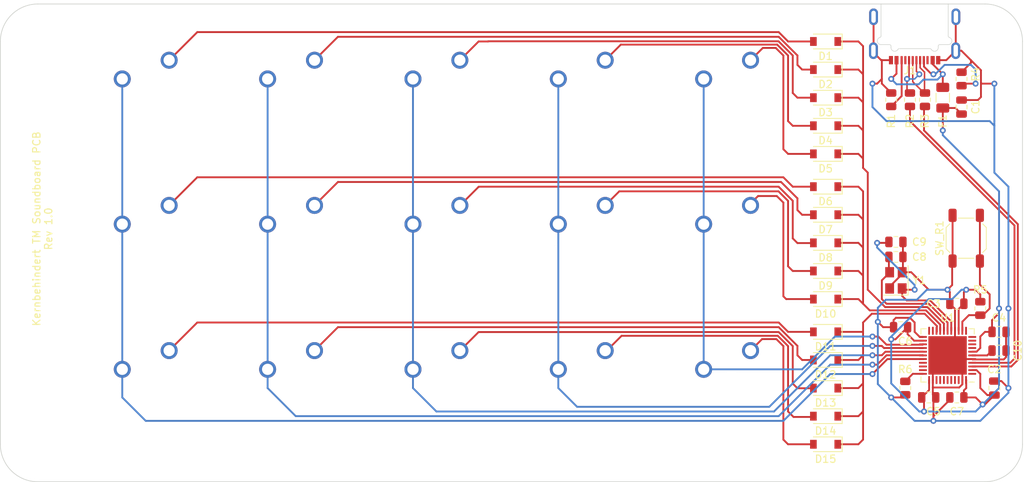
<source format=kicad_pcb>
(kicad_pcb (version 20211014) (generator pcbnew)
  (layers (0 "F.Cu" signal) (31 "B.Cu" signal) (34 "B.Paste" user) (35 "F.Paste" user) (36 "B.SilkS" user "B.Silkscreen") (37 "F.SilkS" user "F.Silkscreen") (38 "B.Mask" user) (39 "F.Mask" user) (44 "Edge.Cuts" user))
  (net 0 "")
  (net 4 "Net-(D2-Pad2)")
  (net 5 "Net-(D3-Pad2)")
  (net 6 "Net-(D4-Pad2)")
  (net 7 "Net-(D5-Pad2)")
  (net 8 "Net-(D6-Pad2)")
  (net 9 "VCC")
  (net 10 "GND")
  (net 11 "USB_DATA-")
  (net 12 "USB_DATA+")
  (net 13 "Net-(D7-Pad2)")
  (net 14 "Net-(D9-Pad2)")
  (net 15 "Net-(D10-Pad2)")
  (net 16 "Net-(D11-Pad2)")
  (net 17 "Net-(D12-Pad2)")
  (net 18 "Net-(D13-Pad2)")
  (net 19 "Net-(D14-Pad2)")
  (net 22 "+5V")
  (net 23 "Net-(C8-Pad2)")
  (net 24 "Net-(C9-Pad1)")
  (net 25 "Net-(C10-Pad1)")
  (net 26 "ROW0")
  (net 27 "Net-(D1-Pad2)")
  (net 28 "ROW1")
  (net 29 "ROW2")
  (net 30 "Net-(D8-Pad2)")
  (net 31 "Net-(D15-Pad2)")
  (net 32 "Net-(J1-PadA5)")
  (net 33 "Net-(J1-PadB5)")
  (net 34 "Net-(R3-Pad2)")
  (net 35 "Net-(R4-Pad2)")
  (net 36 "Net-(R5-Pad2)")
  (net 37 "Net-(R6-Pad1)")
  (net 38 "COL0")
  (net 39 "COL1")
  (net 40 "COL2")
  (net 41 "COL3")
  (net 42 "COL4")
  (footprint "Resistor_SMD:R_0805_2012Metric" (layer "F.Cu") (at 142.367 35.8375 -90)
    (fp_text reference "R3")
    (fp_text value "22" hide)
  )
  (footprint "Resistor_SMD:R_0805_2012Metric" (layer "F.Cu") (at 139.7 74.93 -90)
    (fp_text reference "R6")
    (fp_text value "10k" hide)
  )
  (footprint "Capacitor_SMD:C_0805_2012Metric" (layer "F.Cu") (at 147.32 36.83 90)
    (fp_text reference "C1")
    (fp_text value "10uF" hide)
  )
  (footprint "marbastlib-mx:SW_MX_1u" (layer "F.Cu") (at 37.465 35.56)
    (fp_text reference "SW1")
    (fp_text value "MX_SW_solder" hide)
  )
  (footprint "marbastlib-mx:SW_MX_1u" (layer "F.Cu") (at 37.465 55.245)
    (fp_text reference "SW6")
    (fp_text value "MX_SW_solder" hide)
  )
  (footprint "Capacitor_SMD:C_0805_2012Metric" (layer "F.Cu") (at 138.43 55.118)
    (fp_text reference "C9")
    (fp_text value "22pF" hide)
  )
  (footprint "marbastlib-mx:SW_MX_1u" (layer "F.Cu") (at 57.15 35.56)
    (fp_text reference "SW2")
    (fp_text value "MX_SW_solder" hide)
  )
  (footprint "Capacitor_SMD:C_0805_2012Metric" (layer "F.Cu") (at 151.765 74.93 90)
    (fp_text reference "C2")
    (fp_text value "2" hide)
  )
  (footprint "Capacitor_SMD:C_0805_2012Metric" (layer "F.Cu") (at 142.875 76.2)
    (fp_text reference "C5")
    (fp_text value "0.1uF" hide)
  )
  (footprint "Diode_SMD:D_SOD-123" (layer "F.Cu") (at 128.905 55.245 180)
    (fp_text reference "D8")
    (fp_text value "D_Small" hide)
  )
  (footprint "Diode_SMD:D_SOD-123" (layer "F.Cu") (at 128.905 59.055 180)
    (fp_text reference "D9")
    (fp_text value "D_Small" hide)
  )
  (footprint "Diode_SMD:D_SOD-123" (layer "F.Cu") (at 128.905 82.55 180)
    (fp_text reference "D15")
    (fp_text value "D_Small" hide)
  )
  (footprint "Fuse:Fuse_1206_3216Metric" (layer "F.Cu") (at 144.78 35.56 -90)
    (fp_text reference "F1")
    (fp_text value "500mA" hide)
  )
  (footprint "marbastlib-various:SW_SPST_SKQG_WithStem" (layer "F.Cu") (at 147.955 54.61 90)
    (fp_text reference "SW_R1")
    (fp_text value "SW_Push" hide)
  )
  (footprint "Diode_SMD:D_SOD-123" (layer "F.Cu") (at 128.905 74.93 180)
    (fp_text reference "D13")
    (fp_text value "D_Small" hide)
  )
  (footprint "marbastlib-mx:SW_MX_1u" (layer "F.Cu") (at 116.205 35.56)
    (fp_text reference "SW5")
    (fp_text value "MX_SW_solder" hide)
  )
  (footprint "marbastlib-mx:SW_MX_1u" (layer "F.Cu") (at 96.52 74.93)
    (fp_text reference "SW14")
    (fp_text value "MX_SW_solder" hide)
  )
  (footprint "MountingHole:MountingHole_2.2mm_M2" (layer "F.Cu") (at 150.495 82.55)
    (fp_text reference "REFM4" hide)
    (fp_text value "M2")
  )
  (footprint "Diode_SMD:D_SOD-123" (layer "F.Cu") (at 128.905 39.37 180)
    (fp_text reference "D4")
    (fp_text value "D_Small" hide)
  )
  (footprint "Capacitor_SMD:C_0805_2012Metric" (layer "F.Cu") (at 146.685 63.5 180)
    (fp_text reference "C3")
    (fp_text value "0.1uF" hide)
  )
  (footprint "MountingHole:MountingHole_2.2mm_M2" (layer "F.Cu") (at 150.495 27.94)
    (fp_text reference "REFM2" hide)
    (fp_text value "M2")
  )
  (footprint "Package_DFN_QFN:QFN-44-1EP_7x7mm_P0.5mm_EP5.2x5.2mm" (layer "F.Cu") (at 145.43 70.5 180)
    (fp_text reference "U1")
    (fp_text value "ATmega32U4-M")
  )
  (footprint "MountingHole:MountingHole_2.2mm_M2" (layer "F.Cu") (at 22.225 27.94)
    (fp_text reference "REFM1" hide)
    (fp_text value "M2")
  )
  (footprint "marbastlib-mx:SW_MX_1u" (layer "F.Cu") (at 76.835 55.245)
    (fp_text reference "SW8")
    (fp_text value "MX_SW_solder" hide)
  )
  (footprint "Resistor_SMD:R_0805_2012Metric" (layer "F.Cu") (at 137.795 35.8375 90)
    (fp_text reference "R1")
    (fp_text value "5.1k" hide)
  )
  (footprint "Diode_SMD:D_SOD-123" (layer "F.Cu") (at 128.905 67.31 180)
    (fp_text reference "D11")
    (fp_text value "D_Small" hide)
  )
  (footprint "Diode_SMD:D_SOD-123" (layer "F.Cu") (at 128.905 47.625 180)
    (fp_text reference "D6")
    (fp_text value "D_Small" hide)
  )
  (footprint "Diode_SMD:D_SOD-123" (layer "F.Cu") (at 128.905 71.12 180)
    (fp_text reference "D12")
    (fp_text value "D_Small" hide)
  )
  (footprint "marbastlib-mx:SW_MX_1u" (layer "F.Cu") (at 96.52 55.245)
    (fp_text reference "SW9")
    (fp_text value "MX_SW_solder" hide)
  )
  (footprint "marbastlib-mx:SW_MX_1u" (layer "F.Cu") (at 116.205 74.93)
    (fp_text reference "SW15")
    (fp_text value "MX_SW_solder" hide)
  )
  (footprint "Capacitor_SMD:C_0805_2012Metric" (layer "F.Cu") (at 139.065 66.675 180)
    (fp_text reference "C6")
    (fp_text value "0.1uF" hide)
  )
  (footprint "Diode_SMD:D_SOD-123" (layer "F.Cu") (at 128.905 78.74 180)
    (fp_text reference "D14")
    (fp_text value "D_Small" hide)
  )
  (footprint "marbastlib-mx:SW_MX_1u" (layer "F.Cu") (at 57.15 74.93)
    (fp_text reference "SW12")
    (fp_text value "MX_SW_solder" hide)
  )
  (footprint "Diode_SMD:D_SOD-123" (layer "F.Cu") (at 128.905 43.18 180)
    (fp_text reference "D5")
    (fp_text value "D_Small" hide)
  )
  (footprint "marbastlib-mx:SW_MX_1u" (layer "F.Cu") (at 76.835 74.93)
    (fp_text reference "SW13")
    (fp_text value "MX_SW_solder" hide)
  )
  (footprint "Capacitor_SMD:C_0805_2012Metric" (layer "F.Cu") (at 138.43 57.15 180)
    (fp_text reference "C8")
    (fp_text value "22pF" hide)
  )
  (footprint "Diode_SMD:D_SOD-123" (layer "F.Cu") (at 128.905 62.865 180)
    (fp_text reference "D10")
    (fp_text value "D_Small" hide)
  )
  (footprint "marbastlib-mx:SW_MX_1u" (layer "F.Cu") (at 96.52 35.56)
    (fp_text reference "SW4")
    (fp_text value "MX_SW_solder" hide)
  )
  (footprint "marbastlib-various:USB_C_Receptacle_HRO_TYPE-C-31-M-14" (layer "F.Cu") (at 140.96 29.2725 180)
    (fp_text reference "J1")
    (fp_text value "USB_C_Receptacle_USB2.0" hide)
    (fp_line (start 3.195001 0.505) (end 3.195001 0.705) (layer "Edge.Cuts") (width 0.08))
    (fp_line (start -0.004999 0.355) (end -2.098781 0.355) (layer "Edge.Cuts") (width 0.08))
    (fp_line (start 4.545001 2.075821) (end 4.545001 6.435) (layer "Edge.Cuts") (width 0.08))
    (fp_line (start -4.554999 2.075821) (end -4.554999 6.435) (layer "Edge.Cuts") (width 0.08))
    (fp_line (start -3.204999 0.505) (end -3.204999 0.705) (layer "Edge.Cuts") (width 0.08))
    (fp_line (start -0.004999 0.355) (end 2.088783 0.355) (layer "Edge.Cuts") (width 0.08))
    (fp_line (start 3.395 0.905) (end 4.545001 0.905) (layer "Edge.Cuts") (width 0.08))
    (fp_line (start -3.404998 0.905) (end -4.554999 0.905) (layer "Edge.Cuts") (width 0.08))
    (fp_arc (start 2.261988 0.255) (mid 2.82441 0.022038) (end 3.195001 0.505) (layer "Edge.Cuts") (width 0.08))
    (fp_arc (start 4.545001 2.075821) (mid 4.584636 1.956288) (end 4.687858 1.884158) (layer "Edge.Cuts") (width 0.08))
    (fp_arc (start -4.697856 1.884157) (mid -5.04976 1.332815) (end -4.554999 0.905) (layer "Edge.Cuts") (width 0.08))
    (fp_arc (start 4.545001 0.904999) (mid 5.039763 1.332815) (end 4.687858 1.884158) (layer "Edge.Cuts") (width 0.08))
    (fp_arc (start -3.204998 0.705) (mid -3.263577 0.846421) (end -3.404998 0.905) (layer "Edge.Cuts") (width 0.08))
    (fp_arc (start -2.098781 0.355) (mid -2.198781 0.328205) (end -2.271986 0.255) (layer "Edge.Cuts") (width 0.08))
    (fp_arc (start -3.204999 0.505) (mid -2.834408 0.022037) (end -2.271986 0.255) (layer "Edge.Cuts") (width 0.08))
    (fp_arc (start 3.395 0.904999) (mid 3.253579 0.846421) (end 3.195001 0.705) (layer "Edge.Cuts") (width 0.08))
    (fp_arc (start 2.261988 0.255) (mid 2.188782 0.328199) (end 2.088783 0.355) (layer "Edge.Cuts") (width 0.08))
    (fp_arc (start -4.697856 1.884158) (mid -4.594642 1.956298) (end -4.554999 2.075821) (layer "Edge.Cuts") (width 0.08))
  )
  (footprint "marbastlib-mx:SW_MX_1u" (layer "F.Cu") (at 37.465 74.93)
    (fp_text reference "SW11")
    (fp_text value "MX_SW_solder" hide)
  )
  (footprint "Capacitor_SMD:C_0805_2012Metric" (layer "F.Cu") (at 152.4 69.85)
    (fp_text reference "C10")
    (fp_text value "1uF" hide)
  )
  (footprint "marbastlib-mx:SW_MX_1u" (layer "F.Cu") (at 116.205 55.245)
    (fp_text reference "SW10")
    (fp_text value "MX_SW_solder" hide)
  )
  (footprint "Capacitor_SMD:C_0805_2012Metric" (layer "F.Cu") (at 146.685 76.2 180)
    (fp_text reference "C7")
    (fp_text value "0.1uF" hide)
  )
  (footprint "Resistor_SMD:R_0805_2012Metric" (layer "F.Cu") (at 140.335 35.8375 -90)
    (fp_text reference "R2")
    (fp_text value "22" hide)
  )
  (footprint "Diode_SMD:D_SOD-123" (layer "F.Cu") (at 128.905 27.94 180)
    (fp_text reference "D1")
    (fp_text value "D_Small" hide)
  )
  (footprint "Resistor_SMD:R_0805_2012Metric" (layer "F.Cu") (at 149.86 64.135 -90)
    (fp_text reference "R5")
    (fp_text value "10k" hide)
  )
  (footprint "Diode_SMD:D_SOD-123" (layer "F.Cu") (at 128.905 31.75 180)
    (fp_text reference "D2")
    (fp_text value "D_Small" hide)
  )
  (footprint "marbastlib-mx:SW_MX_1u" (layer "F.Cu") (at 57.15 55.245)
    (fp_text reference "SW7")
    (fp_text value "MX_SW_solder" hide)
  )
  (footprint "Resistor_SMD:R_0805_2012Metric" (layer "F.Cu") (at 147.32 33.02 90)
    (fp_text reference "R4")
    (fp_text value "5.1k" hide)
  )
  (footprint "marbastlib-mx:SW_MX_1u" (layer "F.Cu") (at 76.835 35.56)
    (fp_text reference "SW3")
    (fp_text value "MX_SW_solder" hide)
  )
  (footprint "Diode_SMD:D_SOD-123" (layer "F.Cu") (at 128.905 35.56 180)
    (fp_text reference "D3")
    (fp_text value "D_Small" hide)
  )
  (footprint "Capacitor_SMD:C_0805_2012Metric" (layer "F.Cu") (at 152.4 67.31)
    (fp_text reference "C4")
    (fp_text value "0.1uF" hide)
  )
  (footprint "MountingHole:MountingHole_2.2mm_M2" (layer "F.Cu") (at 22.225 82.55)
    (fp_text reference "REFM3" hide)
    (fp_text value "M2")
  )
  (footprint "Diode_SMD:D_SOD-123" (layer "F.Cu") (at 128.905 51.435 180)
    (fp_text reference "D7")
    (fp_text value "D_Small" hide)
  )
  (footprint "Crystal:Crystal_SMD_3225-4Pin_3.2x2.5mm" (layer "F.Cu") (at 138.43 60.325 90)
    (fp_text reference "Y1")
    (fp_text value "16MHz" hide)
  )
  (gr_line (start 155.575 27.94) (end 155.575 82.55) (layer "Edge.Cuts") (width 0.1))
  (gr_arc (start 22.225 87.63) (mid 18.632898 86.142102) (end 17.145 82.55) (layer "Edge.Cuts") (width 0.1))
  (gr_line (start 22.225 22.86) (end 150.495 22.86) (layer "Edge.Cuts") (width 0.1))
  (gr_arc (start 150.495 22.86) (mid 154.087102 24.347898) (end 155.575 27.94) (layer "Edge.Cuts") (width 0.1))
  (gr_arc (start 155.575 82.55) (mid 154.087102 86.142102) (end 150.495 87.63) (layer "Edge.Cuts") (width 0.1))
  (gr_line (start 17.145 27.94) (end 17.145 82.55) (layer "Edge.Cuts") (width 0.1))
  (gr_line (start 150.495 87.63) (end 22.225 87.63) (layer "Edge.Cuts") (width 0.1))
  (gr_arc (start 17.145 27.94) (mid 18.632898 24.347898) (end 22.225 22.86) (layer "Edge.Cuts") (width 0.1))
  (gr_text "Kernbehindert TM Soundboard PCB\nRev 1.0" (at 22.86 53.34 90) (layer "F.SilkS") (effects (font (size 1 1))))
  (segment (start 125.095 29.840812) (end 125.095 31.115) (width 0.25) (layer "F.Cu") (net 4))
  (segment (start 122.559188 27.305) (end 125.095 29.840812) (width 0.25) (layer "F.Cu") (net 4))
  (segment (start 62.865 27.305) (end 122.559188 27.305) (width 0.25) (layer "F.Cu") (net 4))
  (segment (start 125.095 31.115) (end 125.73 31.75) (width 0.25) (layer "F.Cu") (net 4))
  (segment (start 125.73 31.75) (end 127.255 31.75) (width 0.25) (layer "F.Cu") (net 4))
  (segment (start 59.69 30.48) (end 62.865 27.305) (width 0.25) (layer "F.Cu") (net 4))
  (segment (start 122.532301 27.914509) (end 124.46 29.842208) (width 0.25) (layer "F.Cu") (net 5))
  (segment (start 83.210491 27.914509) (end 122.532301 27.914509) (width 0.25) (layer "F.Cu") (net 5))
  (segment (start 124.46 29.842208) (end 124.46 34.925) (width 0.25) (layer "F.Cu") (net 5))
  (segment (start 124.46 34.925) (end 125.095 35.56) (width 0.25) (layer "F.Cu") (net 5))
  (segment (start 83.185 27.94) (end 83.210491 27.914509) (width 0.25) (layer "F.Cu") (net 5))
  (segment (start 81.915 27.94) (end 83.185 27.94) (width 0.25) (layer "F.Cu") (net 5))
  (segment (start 125.095 35.56) (end 127.255 35.56) (width 0.25) (layer "F.Cu") (net 5))
  (segment (start 79.375 30.48) (end 81.915 27.94) (width 0.25) (layer "F.Cu") (net 5))
  (segment (start 123.825 38.735) (end 124.46 39.37) (width 0.25) (layer "F.Cu") (net 6))
  (segment (start 99.06 30.48) (end 101.175491 28.364509) (width 0.25) (layer "F.Cu") (net 6))
  (segment (start 122.345905 28.364509) (end 123.825 29.843604) (width 0.25) (layer "F.Cu") (net 6))
  (segment (start 124.46 39.37) (end 127.255 39.37) (width 0.25) (layer "F.Cu") (net 6))
  (segment (start 101.175491 28.364509) (end 122.345905 28.364509) (width 0.25) (layer "F.Cu") (net 6))
  (segment (start 123.825 29.843604) (end 123.825 38.735) (width 0.25) (layer "F.Cu") (net 6))
  (segment (start 123.19 42.545) (end 123.825 43.18) (width 0.25) (layer "F.Cu") (net 7))
  (segment (start 123.825 43.18) (end 127.255 43.18) (width 0.25) (layer "F.Cu") (net 7))
  (segment (start 120.410491 28.814509) (end 122.159509 28.814509) (width 0.25) (layer "F.Cu") (net 7))
  (segment (start 118.745 30.48) (end 120.410491 28.814509) (width 0.25) (layer "F.Cu") (net 7))
  (segment (start 122.159509 28.814509) (end 123.19 29.845) (width 0.25) (layer "F.Cu") (net 7))
  (segment (start 123.19 29.845) (end 123.19 42.545) (width 0.25) (layer "F.Cu") (net 7))
  (segment (start 39.999416 50.165) (end 43.809416 46.355) (width 0.25) (layer "F.Cu") (net 8))
  (segment (start 124.46 47.625) (end 127.249416 47.625) (width 0.25) (layer "F.Cu") (net 8))
  (segment (start 43.809416 46.355) (end 123.19 46.355) (width 0.25) (layer "F.Cu") (net 8))
  (segment (start 123.19 46.355) (end 124.46 47.625) (width 0.25) (layer "F.Cu") (net 8))
  (segment (start 143.41 30.4725) (end 143.41 31.015) (width 0.25) (layer "F.Cu") (net 9))
  (segment (start 144.78 32.385) (end 144.78 34.16) (width 0.25) (layer "F.Cu") (net 9))
  (segment (start 143.41 31.015) (end 144.78 32.385) (width 0.25) (layer "F.Cu") (net 9))
  (segment (start 138.51 30.4725) (end 138.51 32.305) (width 0.25) (layer "F.Cu") (net 9))
  (segment (start 138.51 32.305) (end 137.795 33.02) (width 0.25) (layer "F.Cu") (net 9))
  (via (at 137.795 33.02) (size 0.8) (drill 0.4) (layers "F.Cu" "B.Cu") (net 9))
  (via (at 144.78 32.385) (size 0.8) (drill 0.4) (layers "F.Cu" "B.Cu") (net 9))
  (segment (start 142.15 33.11) (end 144.055 33.11) (width 0.25) (layer "B.Cu") (net 9))
  (segment (start 137.795 33.02) (end 138.52 33.745) (width 0.25) (layer "B.Cu") (net 9))
  (segment (start 138.52 33.745) (end 141.515 33.745) (width 0.25) (layer "B.Cu") (net 9))
  (segment (start 141.515 33.745) (end 142.15 33.11) (width 0.25) (layer "B.Cu") (net 9))
  (segment (start 144.055 33.11) (end 144.78 32.385) (width 0.25) (layer "B.Cu") (net 9))
  (segment (start 140.335 65.405) (end 140.97 66.04) (width 0.25) (layer "F.Cu") (net 10))
  (segment (start 135.385 29.427401) (end 136.430099 30.4725) (width 0.25) (layer "F.Cu") (net 10))
  (segment (start 153.67 66.99) (end 153.35 67.31) (width 0.25) (layer "F.Cu") (net 10))
  (segment (start 138.115 66.675) (end 138.115 65.72) (width 0.25) (layer "F.Cu") (net 10))
  (segment (start 141.66 68) (end 142.0925 68) (width 0.25) (layer "F.Cu") (net 10))
  (segment (start 146.535 24.6125) (end 146.555 24.5925) (width 0.25) (layer "F.Cu") (net 10))
  (segment (start 135.255 33.655) (end 135.89 33.655) (width 0.25) (layer "F.Cu") (net 10))
  (segment (start 147.43 73.8375) (end 147.43 72.5) (width 0.25) (layer "F.Cu") (net 10))
  (segment (start 149.95 31.84) (end 149.95 33.565) (width 0.25) (layer "F.Cu") (net 10))
  (segment (start 143.43 75.805) (end 143.43 74.85) (width 0.25) (layer "F.Cu") (net 10))
  (segment (start 149.54 35.88) (end 147.32 35.88) (width 0.25) (layer "F.Cu") (net 10))
  (segment (start 148.7675 71) (end 145.93 71) (width 0.25) (layer "F.Cu") (net 10))
  (segment (start 147.43 72.5) (end 145.43 70.5) (width 0.25) (layer "F.Cu") (net 10))
  (segment (start 143.51 79.375) (end 143.51 78.74) (width 0.25) (layer "F.Cu") (net 10))
  (segment (start 146.535 29.1925) (end 146.535 24.6125) (width 0.25) (layer "F.Cu") (net 10))
  (segment (start 149.95 33.565) (end 149.95 35.47) (width 0.25) (layer "F.Cu") (net 10))
  (segment (start 145.93 71) (end 145.43 70.5) (width 0.25) (layer "F.Cu") (net 10))
  (segment (start 146.535 29.1925) (end 147.3025 29.1925) (width 0.25) (layer "F.Cu") (net 10))
  (segment (start 138.115 65.72) (end 138.43 65.405) (width 0.25) (layer "F.Cu") (net 10))
  (segment (start 149.95 33.565) (end 150.04 33.655) (width 0.25) (layer "F.Cu") (net 10))
  (segment (start 139.38 55.118) (end 139.38 57.15) (width 0.25) (layer "F.Cu") (net 10))
  (segment (start 145.735 63.5) (end 146.43 64.195) (width 0.25) (layer "F.Cu") (net 10))
  (segment (start 135.385 29.1925) (end 135.385 29.427401) (width 0.25) (layer "F.Cu") (net 10))
  (segment (start 146.105 51.51) (end 146.105 57.71) (width 0.25) (layer "F.Cu") (net 10))
  (segment (start 148.7675 71) (end 148.8175 71.05) (width 0.25) (layer "F.Cu") (net 10))
  (segment (start 136.705 66.675) (end 138.115 66.675) (width 0.25) (layer "F.Cu") (net 10))
  (segment (start 136.430099 30.4725) (end 136.5325 30.4725) (width 0.25) (layer "F.Cu") (net 10))
  (segment (start 153.67 64.135) (end 153.67 66.99) (width 0.25) (layer "F.Cu") (net 10))
  (segment (start 139.28 59.225) (end 140.505 59.225) (width 0.25) (layer "F.Cu") (net 10))
  (segment (start 143.51 76.515) (end 143.825 76.2) (width 0.25) (layer "F.Cu") (net 10))
  (segment (start 146.43 69.5) (end 145.43 70.5) (width 0.25) (layer "F.Cu") (net 10))
  (segment (start 140.97 66.04) (end 140.97 67.31) (width 0.25) (layer "F.Cu") (net 10))
  (segment (start 144.16 30.4725) (end 145.255 30.4725) (width 0.25) (layer "F.Cu") (net 10))
  (segment (start 135.98 65.95) (end 136.705 66.675) (width 0.25) (layer "F.Cu") (net 10))
  (segment (start 145.415 61.595) (end 146.05 60.96) (width 0.25) (layer "F.Cu") (net 10))
  (segment (start 148.59 30.8375) (end 148.59 30.48) (width 0.25) (layer "F.Cu") (net 10))
  (segment (start 143.825 76.2) (end 143.43 75.805) (width 0.25) (layer "F.Cu") (net 10))
  (segment (start 142.24 60.96) (end 142.875 61.595) (width 0.25) (layer "F.Cu") (net 10))
  (segment (start 143.43 73.8375) (end 143.43 72.5) (width 0.25) (layer "F.Cu") (net 10))
  (segment (start 153.35 67.31) (end 153.35 69.85) (width 0.25) (layer "F.Cu") (net 10))
  (segment (start 135.405 29.1725) (end 135.385 29.1925) (width 0.25) (layer "F.Cu") (net 10))
  (segment (start 137.58 61.175) (end 137.58 61.425) (width 0.25) (layer "F.Cu") (net 10))
  (segment (start 147.3025 29.1925) (end 148.59 30.48) (width 0.25) (layer "F.Cu") (net 10))
  (segment (start 146.43 67.1625) (end 146.43 69.5) (width 0.25) (layer "F.Cu") (net 10))
  (segment (start 153.35 70.735) (end 153.35 69.85) (width 0.25) (layer "F.Cu") (net 10))
  (segment (start 143.43 72.5) (end 145.43 70.5) (width 0.25) (layer "F.Cu") (net 10))
  (segment (start 136.525 30.48) (end 136.5325 30.4725) (width 0.25) (layer "F.Cu") (net 10))
  (segment (start 137.795 76.2) (end 139.3425 76.2) (width 0.25) (layer "F.Cu") (net 10))
  (segment (start 139.38 59.125) (end 139.28 59.225) (width 0.25) (layer "F.Cu") (net 10))
  (segment (start 140.505 59.225) (end 142.24 60.96) (width 0.25) (layer "F.Cu") (net 10))
  (segment (start 152.715 73.98) (end 151.765 73.98) (width 0.25) (layer "F.Cu") (net 10))
  (segment (start 139.28 59.225) (end 139.28 59.475) (width 0.25) (layer "F.Cu") (net 10))
  (segment (start 143.51 79.375) (end 143.51 76.515) (width 0.25) (layer "F.Cu") (net 10))
  (segment (start 138.43 65.405) (end 140.335 65.405) (width 0.25) (layer "F.Cu") (net 10))
  (segment (start 150.04 33.655) (end 151.765 33.655) (width 0.25) (layer "F.Cu") (net 10))
  (segment (start 145.735 76.515) (end 145.735 76.2) (width 0.25) (layer "F.Cu") (net 10))
  (segment (start 145.255 30.4725) (end 146.535 29.1925) (width 0.25) (layer "F.Cu") (net 10))
  (segment (start 147.003008 74.85) (end 147.43 74.423008) (width 0.25) (layer "F.Cu") (net 10))
  (segment (start 143.43 74.85) (end 143.43 73.8375) (width 0.25) (layer "F.Cu") (net 10))
  (segment (start 139.28 59.475) (end 137.58 61.175) (width 0.25) (layer "F.Cu") (net 10))
  (segment (start 145.735 63.5) (end 145.735 61.915) (width 0.25) (layer "F.Cu") (net 10))
  (segment (start 142.875 61.595) (end 145.415 61.595) (width 0.25) (layer "F.Cu") (net 10))
  (segment (start 148.8175 71.05) (end 153.035 71.05) (width 0.25) (layer "F.Cu") (net 10))
  (segment (start 153.035 71.05) (end 153.35 70.735) (width 0.25) (layer "F.Cu") (net 10))
  (segment (start 143.51 78.74) (end 145.735 76.515) (width 0.25) (layer "F.Cu") (net 10))
  (segment (start 146.05 60.96) (end 146.05 57.765) (width 0.25) (layer "F.Cu") (net 10))
  (segment (start 135.89 33.655) (end 136.525 33.02) (width 0.25) (layer "F.Cu") (net 10))
  (segment (start 145.735 61.915) (end 145.415 61.595) (width 0.25) (layer "F.Cu") (net 10))
  (segment (start 139.38 57.15) (end 139.38 59.125) (width 0.25) (layer "F.Cu") (net 10))
  (segment (start 146.43 64.195) (end 146.43 67.1625) (width 0.25) (layer "F.Cu") (net 10))
  (segment (start 146.05 57.765) (end 146.105 57.71) (width 0.25) (layer "F.Cu") (net 10))
  (segment (start 149.95 35.47) (end 149.54 35.88) (width 0.25) (layer "F.Cu") (net 10))
  (segment (start 136.525 33.655) (end 136.525 30.48) (width 0.25) (layer "F.Cu") (net 10))
  (segment (start 153.665 74.93) (end 152.715 73.98) (width 0.25) (layer "F.Cu") (net 10))
  (segment (start 137.795 34.925) (end 136.525 33.655) (width 0.25) (layer "F.Cu") (net 10))
  (segment (start 147.43 74.423008) (end 147.43 73.8375) (width 0.25) (layer "F.Cu") (net 10))
  (segment (start 135.405 24.5925) (end 135.405 29.1725) (width 0.25) (layer "F.Cu") (net 10))
  (segment (start 143.43 74.85) (end 147.003008 74.85) (width 0.25) (layer "F.Cu") (net 10))
  (segment (start 147.32 32.1075) (end 148.59 30.8375) (width 0.25) (layer "F.Cu") (net 10))
  (segment (start 136.5325 30.4725) (end 137.76 30.4725) (width 0.25) (layer "F.Cu") (net 10))
  (segment (start 148.59 30.48) (end 149.95 31.84) (width 0.25) (layer "F.Cu") (net 10))
  (segment (start 139.3425 76.2) (end 139.7 75.8425) (width 0.25) (layer "F.Cu") (net 10))
  (segment (start 153.67 74.93) (end 153.665 74.93) (width 0.25) (layer "F.Cu") (net 10))
  (segment (start 140.97 67.31) (end 141.66 68) (width 0.25) (layer "F.Cu") (net 10))
  (via (at 137.795 76.2) (size 0.8) (drill 0.4) (layers "F.Cu" "B.Cu") (net 10))
  (via (at 135.255 33.655) (size 0.8) (drill 0.4) (layers "F.Cu" "B.Cu") (net 10))
  (via (at 145.415 61.595) (size 0.8) (drill 0.4) (layers "F.Cu" "B.Cu") (net 10))
  (via (at 153.67 74.93) (size 0.8) (drill 0.4) (layers "F.Cu" "B.Cu") (net 10))
  (via (at 151.765 33.655) (size 0.8) (drill 0.4) (layers "F.Cu" "B.Cu") (net 10))
  (via (at 153.67 64.135) (size 0.8) (drill 0.4) (layers "F.Cu" "B.Cu") (net 10))
  (via (at 143.51 79.375) (size 0.8) (drill 0.4) (layers "F.Cu" "B.Cu") (net 10))
  (via (at 135.98 65.95) (size 0.8) (drill 0.4) (layers "F.Cu" "B.Cu") (net 10))
  (segment (start 153.67 64.135) (end 153.67 47.625) (width 0.25) (layer "B.Cu") (net 10))
  (segment (start 149.86 79.375) (end 143.51 79.375) (width 0.25) (layer "B.Cu") (net 10))
  (segment (start 135.98 74.385) (end 135.98 65.95) (width 0.25) (layer "B.Cu") (net 10))
  (segment (start 137.795 76.2) (end 140.97 79.375) (width 0.25) (layer "B.Cu") (net 10))
  (segment (start 141.270305 62.955) (end 142.630305 61.595) (width 0.25) (layer "B.Cu") (net 10))
  (segment (start 153.67 64.135) (end 153.67 74.93) (width 0.25) (layer "B.Cu") (net 10))
  (segment (start 135.98 64.045) (end 137.07 62.955) (width 0.25) (layer "B.Cu") (net 10))
  (segment (start 135.255 33.655) (end 135.255 36.83) (width 0.25) (layer "B.Cu") (net 10))
  (segment (start 135.255 36.83) (end 137.16 38.735) (width 0.25) (layer "B.Cu") (net 10))
  (segment (start 137.16 38.735) (end 151.13 38.735) (width 0.25) (layer "B.Cu") (net 10))
  (segment (start 135.98 65.95) (end 135.98 64.045) (width 0.25) (layer "B.Cu") (net 10))
  (segment (start 140.97 79.375) (end 143.51 79.375) (width 0.25) (layer "B.Cu") (net 10))
  (segment (start 151.765 38.735) (end 151.765 33.655) (width 0.25) (layer "B.Cu") (net 10))
  (segment (start 153.67 74.93) (end 153.67 75.565) (width 0.25) (layer "B.Cu") (net 10))
  (segment (start 137.07 62.955) (end 141.270305 62.955) (width 0.25) (layer "B.Cu") (net 10))
  (segment (start 142.630305 61.595) (end 145.415 61.595) (width 0.25) (layer "B.Cu") (net 10))
  (segment (start 151.765 45.72) (end 151.765 38.735) (width 0.25) (layer "B.Cu") (net 10))
  (segment (start 153.67 47.625) (end 151.765 45.72) (width 0.25) (layer "B.Cu") (net 10))
  (segment (start 153.67 75.565) (end 149.86 79.375) (width 0.25) (layer "B.Cu") (net 10))
  (segment (start 135.98 74.385) (end 137.795 76.2) (width 0.25) (layer "B.Cu") (net 10))
  (segment (start 151.13 38.735) (end 151.765 39.37) (width 0.25) (layer "B.Cu") (net 10))
  (segment (start 142.305 34.86) (end 142.24 34.925) (width 0.2) (layer "F.Cu") (net 11))
  (segment (start 140.71 33.395) (end 142.24 34.925) (width 0.2) (layer "F.Cu") (net 11))
  (segment (start 141.71 30.4725) (end 141.71 31.50005) (width 0.2) (layer "F.Cu") (net 11))
  (segment (start 142.305 32.09505) (end 142.305 34.86) (width 0.2) (layer "F.Cu") (net 11))
  (segment (start 141.71 31.50005) (end 142.305 32.09505) (width 0.2) (layer "F.Cu") (net 11))
  (segment (start 140.71 30.4725) (end 140.71 33.395) (width 0.2) (layer "F.Cu") (net 11))
  (segment (start 140.21 32.7445) (end 139.9345 33.02) (width 0.2) (layer "F.Cu") (net 12))
  (segment (start 139.9345 34.5245) (end 140.335 34.925) (width 0.2) (layer "F.Cu") (net 12))
  (segment (start 141.21 30.4725) (end 141.21 31.99) (width 0.2) (layer "F.Cu") (net 12))
  (segment (start 140.21 30.4725) (end 140.21 32.7445) (width 0.2) (layer "F.Cu") (net 12))
  (segment (start 139.9345 33.02) (end 139.9345 34.5245) (width 0.2) (layer "F.Cu") (net 12))
  (segment (start 141.21 31.99) (end 141.605 32.385) (width 0.2) (layer "F.Cu") (net 12))
  (via (at 141.605 32.385) (size 0.8) (drill 0.4) (layers "F.Cu" "B.Cu") (net 12))
  (via (at 139.9345 33.02) (size 0.8) (drill 0.4) (layers "F.Cu" "B.Cu") (net 12))
  (segment (start 139.9345 33.02) (end 140.97 33.02) (width 0.2) (layer "B.Cu") (net 12))
  (segment (start 140.97 33.02) (end 141.605 32.385) (width 0.2) (layer "B.Cu") (net 12))
  (segment (start 59.687906 50.165) (end 62.862906 46.99) (width 0.25) (layer "F.Cu") (net 13))
  (segment (start 62.862906 46.99) (end 122.873547 46.99) (width 0.25) (layer "F.Cu") (net 13))
  (segment (start 125.727906 51.435) (end 127.252906 51.435) (width 0.25) (layer "F.Cu") (net 13))
  (segment (start 122.873547 46.99) (end 125.092906 49.209359) (width 0.25) (layer "F.Cu") (net 13))
  (segment (start 125.092906 49.209359) (end 125.092906 50.8) (width 0.25) (layer "F.Cu") (net 13))
  (segment (start 125.092906 50.8) (end 125.727906 51.435) (width 0.25) (layer "F.Cu") (net 13))
  (segment (start 124.46 59.055698) (end 127.255 59.055698) (width 0.25) (layer "F.Cu") (net 14))
  (segment (start 123.825 49.555492) (end 123.825 58.420698) (width 0.25) (layer "F.Cu") (net 14))
  (segment (start 99.06 50.165698) (end 100.965698 48.26) (width 0.25) (layer "F.Cu") (net 14))
  (segment (start 123.825 58.420698) (end 124.46 59.055698) (width 0.25) (layer "F.Cu") (net 14))
  (segment (start 100.965698 48.26) (end 122.529508 48.26) (width 0.25) (layer "F.Cu") (net 14))
  (segment (start 122.529508 48.26) (end 123.825 49.555492) (width 0.25) (layer "F.Cu") (net 14))
  (segment (start 123.19 49.785) (end 123.19 62.485) (width 0.25) (layer "F.Cu") (net 15))
  (segment (start 123.57 62.865) (end 127 62.865) (width 0.25) (layer "F.Cu") (net 15))
  (segment (start 122.3 48.895) (end 123.19 49.785) (width 0.25) (layer "F.Cu") (net 15))
  (segment (start 118.49 50.165) (end 119.76 48.895) (width 0.25) (layer "F.Cu") (net 15))
  (segment (start 119.76 48.895) (end 122.3 48.895) (width 0.25) (layer "F.Cu") (net 15))
  (segment (start 123.19 62.485) (end 123.57 62.865) (width 0.25) (layer "F.Cu") (net 15))
  (segment (start 123.827792 67.31) (end 127.252208 67.31) (width 0.25) (layer "F.Cu") (net 16))
  (segment (start 40.002208 69.85) (end 43.812208 66.04) (width 0.25) (layer "F.Cu") (net 16))
  (segment (start 122.557792 66.04) (end 123.827792 67.31) (width 0.25) (layer "F.Cu") (net 16))
  (segment (start 43.812208 66.04) (end 122.557792 66.04) (width 0.25) (layer "F.Cu") (net 16))
  (segment (start 59.687906 69.85) (end 62.862906 66.675) (width 0.25) (layer "F.Cu") (net 17))
  (segment (start 125.092906 69.210812) (end 125.092906 70.485) (width 0.25) (layer "F.Cu") (net 17))
  (segment (start 125.092906 70.485) (end 125.727906 71.12) (width 0.25) (layer "F.Cu") (net 17))
  (segment (start 125.727906 71.12) (end 127.252906 71.12) (width 0.25) (layer "F.Cu") (net 17))
  (segment (start 122.557094 66.675) (end 125.092906 69.210812) (width 0.25) (layer "F.Cu") (net 17))
  (segment (start 62.862906 66.675) (end 122.557094 66.675) (width 0.25) (layer "F.Cu") (net 17))
  (segment (start 122.542952 67.322048) (end 124.458604 69.237699) (width 0.25) (layer "F.Cu") (net 18))
  (segment (start 79.373604 69.875491) (end 81.913604 67.335491) (width 0.25) (layer "F.Cu") (net 18))
  (segment (start 124.458604 69.237699) (end 124.458604 74.320491) (width 0.25) (layer "F.Cu") (net 18))
  (segment (start 124.458604 74.320491) (end 125.093604 74.955491) (width 0.25) (layer "F.Cu") (net 18))
  (segment (start 81.913604 67.335491) (end 122.529509 67.335491) (width 0.25) (layer "F.Cu") (net 18))
  (segment (start 125.093604 74.955491) (end 127.253604 74.955491) (width 0.25) (layer "F.Cu") (net 18))
  (segment (start 101.280038 67.840452) (end 122.42496 67.840452) (width 0.25) (layer "F.Cu") (net 19))
  (segment (start 123.825 78.106396) (end 124.564547 78.845943) (width 0.25) (layer "F.Cu") (net 19))
  (segment (start 99.164547 69.955943) (end 101.280038 67.840452) (width 0.25) (layer "F.Cu") (net 19))
  (segment (start 122.42496 67.840452) (end 123.825 69.240492) (width 0.25) (layer "F.Cu") (net 19))
  (segment (start 124.564547 78.845943) (end 127.359547 78.845943) (width 0.25) (layer "F.Cu") (net 19))
  (segment (start 123.825 69.240492) (end 123.825 78.106396) (width 0.25) (layer "F.Cu") (net 19))
  (segment (start 147.955 61.595) (end 149.225 61.595) (width 0.25) (layer "F.Cu") (net 22))
  (segment (start 147.635 63.5) (end 147.635 61.915) (width 0.25) (layer "F.Cu") (net 22))
  (segment (start 147.955 73.8625) (end 147.93 73.8375) (width 0.25) (layer "F.Cu") (net 22))
  (segment (start 149.225 61.595) (end 149.86 62.23) (width 0.25) (layer "F.Cu") (net 22))
  (segment (start 150.4925 77.1525) (end 151.765 75.88) (width 0.25) (layer "F.Cu") (net 22))
  (segment (start 147.635 61.915) (end 147.955 61.595) (width 0.25) (layer "F.Cu") (net 22))
  (segment (start 147.635 75.25) (end 147.955 74.93) (width 0.25) (layer "F.Cu") (net 22))
  (segment (start 147.635 63.5) (end 146.93 64.205) (width 0.25) (layer "F.Cu") (net 22))
  (segment (start 146.93 64.205) (end 146.93 67.1625) (width 0.25) (layer "F.Cu") (net 22))
  (segment (start 150.1775 77.1525) (end 149.225 76.2) (width 0.25) (layer "F.Cu") (net 22))
  (segment (start 147.635 76.2) (end 147.635 75.25) (width 0.25) (layer "F.Cu") (net 22))
  (segment (start 138.3645 68.3255) (end 137.795 68.3255) (width 0.25) (layer "F.Cu") (net 22))
  (segment (start 141.925 76.2) (end 142.93 75.195) (width 0.25) (layer "F.Cu") (net 22))
  (segment (start 149.86 62.23) (end 149.86 63.2225) (width 0.25) (layer "F.Cu") (net 22))
  (segment (start 144.78 40.005) (end 144.78 36.96) (width 0.25) (layer "F.Cu") (net 22))
  (segment (start 146.5 36.96) (end 147.32 37.78) (width 0.25) (layer "F.Cu") (net 22))
  (segment (start 151.765 75.88) (end 150.81 75.88) (width 0.25) (layer "F.Cu") (net 22))
  (segment (start 149.86 67.945) (end 150.495 67.31) (width 0.25) (layer "F.Cu") (net 22))
  (segment (start 140.015 66.675) (end 138.3645 68.3255) (width 0.25) (layer "F.Cu") (net 22))
  (segment (start 150.1775 77.1525) (end 150.4925 77.1525) (width 0.25) (layer "F.Cu") (net 22))
  (segment (start 149.225 76.2) (end 147.635 76.2) (width 0.25) (layer "F.Cu") (net 22))
  (segment (start 152.4 64.135) (end 152.4 64.77) (width 0.25) (layer "F.Cu") (net 22))
  (segment (start 149.86 69.493008) (end 149.86 67.945) (width 0.25) (layer "F.Cu") (net 22))
  (segment (start 146.5 36.96) (end 144.78 36.96) (width 0.25) (layer "F.Cu") (net 22))
  (segment (start 147.955 74.93) (end 147.955 73.8625) (width 0.25) (layer "F.Cu") (net 22))
  (segment (start 140.89 68.5) (end 140.015 67.625) (width 0.25) (layer "F.Cu") (net 22))
  (segment (start 151.45 65.72) (end 151.45 67.31) (width 0.25) (layer "F.Cu") (net 22))
  (segment (start 150.495 67.31) (end 151.45 67.31) (width 0.25) (layer "F.Cu") (net 22))
  (segment (start 142.24 78.105) (end 142.24 76.515) (width 0.25) (layer "F.Cu") (net 22))
  (segment (start 149.353008 70) (end 149.86 69.493008) (width 0.25) (layer "F.Cu") (net 22))
  (segment (start 142.0925 68.5) (end 140.89 68.5) (width 0.25) (layer "F.Cu") (net 22))
  (segment (start 149.86 74.93) (end 149.86 73.006992) (width 0.25) (layer "F.Cu") (net 22))
  (segment (start 148.7675 70) (end 149.353008 70) (width 0.25) (layer "F.Cu") (net 22))
  (segment (start 152.4 64.77) (end 151.45 65.72) (width 0.25) (layer "F.Cu") (net 22))
  (segment (start 142.24 76.515) (end 141.925 76.2) (width 0.25) (layer "F.Cu") (net 22))
  (segment (start 149.86 73.006992) (end 149.353008 72.5) (width 0.25) (layer "F.Cu") (net 22))
  (segment (start 142.93 75.195) (end 142.93 73.8375) (width 0.25) (layer "F.Cu") (net 22))
  (segment (start 149.353008 72.5) (end 148.7675 72.5) (width 0.25) (layer "F.Cu") (net 22))
  (segment (start 140.015 67.625) (end 140.015 66.675) (width 0.25) (layer "F.Cu") (net 22))
  (segment (start 150.81 75.88) (end 149.86 74.93) (width 0.25) (layer "F.Cu") (net 22))
  (via (at 137.795 68.3255) (size 0.8) (drill 0.4) (layers "F.Cu" "B.Cu") (net 22))
  (via (at 152.4 64.135) (size 0.8) (drill 0.4) (layers "F.Cu" "B.Cu") (net 22))
  (via (at 150.1775 77.1525) (size 0.8) (drill 0.4) (layers "F.Cu" "B.Cu") (net 22))
  (via (at 147.955 61.595) (size 0.8) (drill 0.4) (layers "F.Cu" "B.Cu") (net 22))
  (via (at 142.24 78.105) (size 0.8) (drill 0.4) (layers "F.Cu" "B.Cu") (net 22))
  (via (at 144.78 40.005) (size 0.8) (drill 0.4) (layers "F.Cu" "B.Cu") (net 22))
  (segment (start 152.4 64.135) (end 152.4 74.93) (width 0.25) (layer "B.Cu") (net 22))
  (segment (start 152.4 48.26) (end 144.78 40.64) (width 0.25) (layer "B.Cu") (net 22))
  (segment (start 150.1775 77.1525) (end 149.225 78.105) (width 0.25) (layer "B.Cu") (net 22))
  (segment (start 146.05 62.865) (end 147.32 61.595) (width 0.25) (layer "B.Cu") (net 22))
  (segment (start 137.795 68.3255) (end 137.795 67.945) (width 0.25) (layer "B.Cu") (net 22))
  (segment (start 152.4 74.93) (end 150.1775 77.1525) (width 0.25) (layer "B.Cu") (net 22))
  (segment (start 149.225 78.105) (end 142.24 78.105) (width 0.25) (layer "B.Cu") (net 22))
  (segment (start 152.4 64.135) (end 152.4 48.26) (width 0.25) (layer "B.Cu") (net 22))
  (segment (start 137.795 74.295) (end 141.605 78.105) (width 0.25) (layer "B.Cu") (net 22))
  (segment (start 141.605 78.105) (end 142.24 78.105) (width 0.25) (layer "B.Cu") (net 22))
  (segment (start 142.875 62.865) (end 146.05 62.865) (width 0.25) (layer "B.Cu") (net 22))
  (segment (start 137.795 67.945) (end 142.875 62.865) (width 0.25) (layer "B.Cu") (net 22))
  (segment (start 147.32 61.595) (end 147.955 61.595) (width 0.25) (layer "B.Cu") (net 22))
  (segment (start 144.78 40.64) (end 144.78 40.005) (width 0.25) (layer "B.Cu") (net 22))
  (segment (start 137.795 68.3255) (end 137.795 74.295) (width 0.25) (layer "B.Cu") (net 22))
  (segment (start 137.16 63.5) (end 142.879188 63.5) (width 0.25) (layer "F.Cu") (net 23))
  (segment (start 142.879188 63.5) (end 145.43 66.050812) (width 0.25) (layer "F.Cu") (net 23))
  (segment (start 136.525 62.865) (end 137.16 63.5) (width 0.25) (layer "F.Cu") (net 23))
  (segment (start 145.43 66.050812) (end 145.43 67.1625) (width 0.25) (layer "F.Cu") (net 23))
  (segment (start 137.48 57.15) (end 137.48 59.125) (width 0.25) (layer "F.Cu") (net 23))
  (segment (start 137.58 59.27) (end 136.525 60.325) (width 0.25) (layer "F.Cu") (net 23))
  (segment (start 137.48 59.125) (end 137.58 59.225) (width 0.25) (layer "F.Cu") (net 23))
  (segment (start 136.525 60.325) (end 136.525 62.865) (width 0.25) (layer "F.Cu") (net 23))
  (segment (start 137.58 59.225) (end 137.58 59.27) (width 0.25) (layer "F.Cu") (net 23))
  (segment (start 139.885 63.05) (end 143.065584 63.05) (width 0.25) (layer "F.Cu") (net 24))
  (segment (start 143.065584 63.05) (end 145.93 65.914416) (width 0.25) (layer "F.Cu") (net 24))
  (segment (start 145.93 65.914416) (end 145.93 67.1625) (width 0.25) (layer "F.Cu") (net 24))
  (segment (start 139.45 61.595) (end 139.28 61.425) (width 0.25) (layer "F.Cu") (net 24))
  (segment (start 140.97 61.595) (end 139.45 61.595) (width 0.25) (layer "F.Cu") (net 24))
  (segment (start 137.353 55.245) (end 135.89 55.245) (width 0.25) (layer "F.Cu") (net 24))
  (segment (start 139.28 61.425) (end 139.28 62.445) (width 0.25) (layer "F.Cu") (net 24))
  (segment (start 137.48 55.118) (end 137.353 55.245) (width 0.25) (layer "F.Cu") (net 24))
  (segment (start 139.28 62.445) (end 139.885 63.05) (width 0.25) (layer "F.Cu") (net 24))
  (via (at 140.97 61.595) (size 0.8) (drill 0.4) (layers "F.Cu" "B.Cu") (net 24))
  (via (at 135.89 55.245) (size 0.8) (drill 0.4) (layers "F.Cu" "B.Cu") (net 24))
  (segment (start 140.97 61.595) (end 140.97 60.96) (width 0.25) (layer "B.Cu") (net 24))
  (segment (start 135.89 55.88) (end 135.89 55.245) (width 0.25) (layer "B.Cu") (net 24))
  (segment (start 140.97 60.96) (end 135.89 55.88) (width 0.25) (layer "B.Cu") (net 24))
  (segment (start 148.7675 70.5) (end 150.8 70.5) (width 0.25) (layer "F.Cu") (net 25))
  (segment (start 150.8 70.5) (end 151.45 69.85) (width 0.25) (layer "F.Cu") (net 25))
  (segment (start 134.62 61.596396) (end 136.973604 63.95) (width 0.25) (layer "F.Cu") (net 26))
  (segment (start 133.35 39.37) (end 133.985 40.005) (width 0.25) (layer "F.Cu") (net 26))
  (segment (start 130.555 27.94) (end 133.35 27.94) (width 0.25) (layer "F.Cu") (net 26))
  (segment (start 133.985 45.085) (end 134.62 45.72) (width 0.25) (layer "F.Cu") (net 26))
  (segment (start 134.62 45.72) (end 134.62 61.596396) (width 0.25) (layer "F.Cu") (net 26))
  (segment (start 130.555 43.18) (end 133.35 43.18) (width 0.25) (layer "F.Cu") (net 26))
  (segment (start 133.35 43.18) (end 133.985 43.815) (width 0.25) (layer "F.Cu") (net 26))
  (segment (start 133.35 35.56) (end 133.985 36.195) (width 0.25) (layer "F.Cu") (net 26))
  (segment (start 142.692792 63.95) (end 144.93 66.187208) (width 0.25) (layer "F.Cu") (net 26))
  (segment (start 133.985 28.575) (end 133.985 45.085) (width 0.25) (layer "F.Cu") (net 26))
  (segment (start 130.555 31.75) (end 133.35 31.75) (width 0.25) (layer "F.Cu") (net 26))
  (segment (start 133.35 27.94) (end 133.985 28.575) (width 0.25) (layer "F.Cu") (net 26))
  (segment (start 136.973604 63.95) (end 142.692792 63.95) (width 0.25) (layer "F.Cu") (net 26))
  (segment (start 130.555 35.56) (end 133.35 35.56) (width 0.25) (layer "F.Cu") (net 26))
  (segment (start 144.93 66.187208) (end 144.93 67.1625) (width 0.25) (layer "F.Cu") (net 26))
  (segment (start 130.555 39.37) (end 133.35 39.37) (width 0.25) (layer "F.Cu") (net 26))
  (segment (start 133.35 31.75) (end 133.985 32.385) (width 0.25) (layer "F.Cu") (net 26))
  (segment (start 43.815 26.67) (end 122.560584 26.67) (width 0.25) (layer "F.Cu") (net 27))
  (segment (start 40.005 30.48) (end 43.815 26.67) (width 0.25) (layer "F.Cu") (net 27))
  (segment (start 122.560584 26.67) (end 123.830584 27.94) (width 0.25) (layer "F.Cu") (net 27))
  (segment (start 123.830584 27.94) (end 127.255 27.94) (width 0.25) (layer "F.Cu") (net 27))
  (segment (start 133.985 48.26) (end 133.985 63.501396) (width 0.25) (layer "F.Cu") (net 28))
  (segment (start 133.35 62.865) (end 133.985 63.5) (width 0.25) (layer "F.Cu") (net 28))
  (segment (start 133.35 51.435) (end 133.985 52.07) (width 0.25) (layer "F.Cu") (net 28))
  (segment (start 134.883604 64.4) (end 142.506396 64.4) (width 0.25) (layer "F.Cu") (net 28))
  (segment (start 130.555 55.245) (end 133.35 55.245) (width 0.25) (layer "F.Cu") (net 28))
  (segment (start 144.43 66.323604) (end 144.43 67.1625) (width 0.25) (layer "F.Cu") (net 28))
  (segment (start 130.555 59.055) (end 133.35 59.055) (width 0.25) (layer "F.Cu") (net 28))
  (segment (start 130.555 62.865) (end 133.35 62.865) (width 0.25) (layer "F.Cu") (net 28))
  (segment (start 133.35 59.055) (end 133.985 59.69) (width 0.25) (layer "F.Cu") (net 28))
  (segment (start 142.506396 64.4) (end 144.43 66.323604) (width 0.25) (layer "F.Cu") (net 28))
  (segment (start 130.555 51.435) (end 133.35 51.435) (width 0.25) (layer "F.Cu") (net 28))
  (segment (start 133.35 55.245) (end 133.985 55.88) (width 0.25) (layer "F.Cu") (net 28))
  (segment (start 133.985 63.501396) (end 134.883604 64.4) (width 0.25) (layer "F.Cu") (net 28))
  (segment (start 133.35 47.625) (end 133.985 48.26) (width 0.25) (layer "F.Cu") (net 28))
  (segment (start 130.555 47.625) (end 133.35 47.625) (width 0.25) (layer "F.Cu") (net 28))
  (segment (start 133.35 78.74) (end 133.985 78.105) (width 0.25) (layer "F.Cu") (net 29))
  (segment (start 130.555 82.55) (end 133.35 82.55) (width 0.25) (layer "F.Cu") (net 29))
  (segment (start 133.985 81.915) (end 133.985 67.31) (width 0.25) (layer "F.Cu") (net 29))
  (segment (start 130.555 78.74) (end 133.35 78.74) (width 0.25) (layer "F.Cu") (net 29))
  (segment (start 133.35 82.55) (end 133.985 81.915) (width 0.25) (layer "F.Cu") (net 29))
  (segment (start 133.985 66.04) (end 135.175 64.85) (width 0.25) (layer "F.Cu") (net 29))
  (segment (start 130.555 67.31) (end 133.985 67.31) (width 0.25) (layer "F.Cu") (net 29))
  (segment (start 135.175 64.85) (end 142.32 64.85) (width 0.25) (layer "F.Cu") (net 29))
  (segment (start 130.555 74.93) (end 133.35 74.93) (width 0.25) (layer "F.Cu") (net 29))
  (segment (start 133.35 74.93) (end 133.985 74.295) (width 0.25) (layer "F.Cu") (net 29))
  (segment (start 133.985 67.31) (end 133.985 66.04) (width 0.25) (layer "F.Cu") (net 29))
  (segment (start 143.98 66.51) (end 143.98 67.31) (width 0.25) (layer "F.Cu") (net 29))
  (segment (start 133.35 71.12) (end 133.985 70.485) (width 0.25) (layer "F.Cu") (net 29))
  (segment (start 142.32 64.85) (end 143.98 66.51) (width 0.25) (layer "F.Cu") (net 29))
  (segment (start 130.555 71.12) (end 133.35 71.12) (width 0.25) (layer "F.Cu") (net 29))
  (segment (start 125.093604 55.270491) (end 127.253604 55.270491) (width 0.25) (layer "F.Cu") (net 30))
  (segment (start 81.915 47.625) (end 122.542952 47.625) (width 0.25) (layer "F.Cu") (net 30))
  (segment (start 79.373604 50.190491) (end 81.913604 47.650491) (width 0.25) (layer "F.Cu") (net 30))
  (segment (start 122.542952 47.625) (end 124.458604 49.540652) (width 0.25) (layer "F.Cu") (net 30))
  (segment (start 124.458604 49.540652) (end 124.458604 54.635491) (width 0.25) (layer "F.Cu") (net 30))
  (segment (start 124.458604 54.635491) (end 125.093604 55.270491) (width 0.25) (layer "F.Cu") (net 30))
  (segment (start 122.238564 68.290452) (end 123.19 69.241888) (width 0.25) (layer "F.Cu") (net 31))
  (segment (start 123.19 69.241888) (end 123.19 81.915) (width 0.25) (layer "F.Cu") (net 31))
  (segment (start 123.825 82.55) (end 127.255 82.55) (width 0.25) (layer "F.Cu") (net 31))
  (segment (start 123.19 81.915) (end 123.825 82.55) (width 0.25) (layer "F.Cu") (net 31))
  (segment (start 120.304548 68.290452) (end 122.238564 68.290452) (width 0.25) (layer "F.Cu") (net 31))
  (segment (start 118.745 69.85) (end 120.304548 68.290452) (width 0.25) (layer "F.Cu") (net 31))
  (segment (start 149.225 33.655) (end 147.5975 33.655) (width 0.25) (layer "F.Cu") (net 32))
  (segment (start 142.235 31.3475) (end 142.235 30.48) (width 0.25) (layer "F.Cu") (net 32))
  (segment (start 147.5975 33.655) (end 147.32 33.9325) (width 0.25) (layer "F.Cu") (net 32))
  (segment (start 143.51 32.385) (end 143.2725 32.385) (width 0.25) (layer "F.Cu") (net 32))
  (segment (start 143.2725 32.385) (end 142.235 31.3475) (width 0.25) (layer "F.Cu") (net 32))
  (via (at 149.225 33.655) (size 0.8) (drill 0.4) (layers "F.Cu" "B.Cu") (net 32))
  (via (at 143.51 32.385) (size 0.8) (drill 0.4) (layers "F.Cu" "B.Cu") (net 32))
  (segment (start 143.51 32.385) (end 143.754695 32.385) (width 0.25) (layer "B.Cu") (net 32))
  (segment (start 148.59 31.115) (end 149.225 31.75) (width 0.25) (layer "B.Cu") (net 32))
  (segment (start 149.225 31.75) (end 149.225 33.655) (width 0.25) (layer "B.Cu") (net 32))
  (segment (start 143.754695 32.385) (end 145.024695 31.115) (width 0.25) (layer "B.Cu") (net 32))
  (segment (start 145.024695 31.115) (end 148.59 31.115) (width 0.25) (layer "B.Cu") (net 32))
  (segment (start 137.795 36.75) (end 139.21 35.335) (width 0.25) (layer "F.Cu") (net 33))
  (segment (start 139.21 35.335) (end 139.21 30.4725) (width 0.25) (layer "F.Cu") (net 33))
  (segment (start 154.94 52.705) (end 142.24 40.005) (width 0.25) (layer "F.Cu") (net 34))
  (segment (start 142.24 36.877) (end 142.367 36.75) (width 0.25) (layer "F.Cu") (net 34))
  (segment (start 148.7675 72) (end 154.061396 72) (width 0.25) (layer "F.Cu") (net 34))
  (segment (start 154.94 71.121396) (end 154.94 52.705) (width 0.25) (layer "F.Cu") (net 34))
  (segment (start 142.24 40.005) (end 142.24 36.877) (width 0.25) (layer "F.Cu") (net 34))
  (segment (start 154.061396 72) (end 154.94 71.121396) (width 0.25) (layer "F.Cu") (net 34))
  (segment (start 154.49 52.891396) (end 140.97 39.371396) (width 0.25) (layer "F.Cu") (net 35))
  (segment (start 140.97 39.37) (end 140.335 38.735) (width 0.25) (layer "F.Cu") (net 35))
  (segment (start 154.49 70.935) (end 154.49 52.891396) (width 0.25) (layer "F.Cu") (net 35))
  (segment (start 140.335 38.735) (end 140.335 36.75) (width 0.25) (layer "F.Cu") (net 35))
  (segment (start 148.7675 71.5) (end 153.925 71.5) (width 0.25) (layer "F.Cu") (net 35))
  (segment (start 153.925 71.5) (end 154.49 70.935) (width 0.25) (layer "F.Cu") (net 35))
  (segment (start 140.97 39.371396) (end 140.97 39.37) (width 0.25) (layer "F.Cu") (net 35))
  (segment (start 151.13 62.23) (end 151.13 64.135) (width 0.25) (layer "F.Cu") (net 36))
  (segment (start 150.2175 65.0475) (end 149.86 65.0475) (width 0.25) (layer "F.Cu") (net 36))
  (segment (start 149.805 57.71) (end 149.805 60.905) (width 0.25) (layer "F.Cu") (net 36))
  (segment (start 149.805 60.905) (end 151.13 62.23) (width 0.25) (layer "F.Cu") (net 36))
  (segment (start 147.43 65.93) (end 148.3125 65.0475) (width 0.25) (layer "F.Cu") (net 36))
  (segment (start 147.43 67.1625) (end 147.43 65.93) (width 0.25) (layer "F.Cu") (net 36))
  (segment (start 149.805 51.51) (end 149.805 57.71) (width 0.25) (layer "F.Cu") (net 36))
  (segment (start 148.3125 65.0475) (end 149.86 65.0475) (width 0.25) (layer "F.Cu") (net 36))
  (segment (start 151.13 64.135) (end 150.2175 65.0475) (width 0.25) (layer "F.Cu") (net 36))
  (segment (start 139.7 74.0175) (end 140.7175 73) (width 0.25) (layer "F.Cu") (net 37))
  (segment (start 140.7175 73) (end 142.0925 73) (width 0.25) (layer "F.Cu") (net 37))
  (segment (start 135.257792 73.025) (end 135.255 73.025) (width 0.25) (layer "F.Cu") (net 38))
  (segment (start 142.0925 71) (end 137.282792 71) (width 0.25) (layer "F.Cu") (net 38))
  (segment (start 137.282792 71) (end 135.257792 73.025) (width 0.25) (layer "F.Cu") (net 38))
  (via (at 135.255 73.025) (size 0.8) (drill 0.4) (layers "F.Cu" "B.Cu") (net 38))
  (segment (start 129.54 73.025) (end 135.255 73.025) (width 0.25) (layer "B.Cu") (net 38))
  (segment (start 33.655 76.2) (end 36.83 79.375) (width 0.25) (layer "B.Cu") (net 38))
  (segment (start 123.19 79.375) (end 129.54 73.025) (width 0.25) (layer "B.Cu") (net 38))
  (segment (start 36.83 79.375) (end 123.19 79.375) (width 0.25) (layer "B.Cu") (net 38))
  (segment (start 33.655 33.02) (end 33.655 52.705) (width 0.25) (layer "B.Cu") (net 38))
  (segment (start 33.655 52.705) (end 33.655 72.39) (width 0.25) (layer "B.Cu") (net 38))
  (segment (start 33.655 72.39) (end 33.655 76.2) (width 0.25) (layer "B.Cu") (net 38))
  (segment (start 135.255 71.755) (end 135.891396 71.755) (width 0.25) (layer "F.Cu") (net 39))
  (segment (start 142.078198 70.485698) (end 142.0925 70.5) (width 0.25) (layer "F.Cu") (net 39))
  (segment (start 137.160698 70.485698) (end 142.078198 70.485698) (width 0.25) (layer "F.Cu") (net 39))
  (segment (start 135.891396 71.755) (end 137.160698 70.485698) (width 0.25) (layer "F.Cu") (net 39))
  (via (at 135.255 71.755) (size 0.8) (drill 0.4) (layers "F.Cu" "B.Cu") (net 39))
  (segment (start 122.555 78.74) (end 129.54 71.755) (width 0.25) (layer "B.Cu") (net 39))
  (segment (start 53.34 33.02) (end 53.34 52.705) (width 0.25) (layer "B.Cu") (net 39))
  (segment (start 129.54 71.755) (end 135.255 71.755) (width 0.25) (layer "B.Cu") (net 39))
  (segment (start 53.34 72.39) (end 53.34 52.705) (width 0.25) (layer "B.Cu") (net 39))
  (segment (start 57.15 78.74) (end 122.555 78.74) (width 0.25) (layer "B.Cu") (net 39))
  (segment (start 53.34 72.39) (end 53.34 74.93) (width 0.25) (layer "B.Cu") (net 39))
  (segment (start 53.34 74.93) (end 57.15 78.74) (width 0.25) (layer "B.Cu") (net 39))
  (segment (start 137.01 70) (end 136.525 70.485) (width 0.25) (layer "F.Cu") (net 40))
  (segment (start 142.0925 70) (end 137.01 70) (width 0.25) (layer "F.Cu") (net 40))
  (segment (start 136.525 70.485) (end 135.255 70.485) (width 0.25) (layer "F.Cu") (net 40))
  (via (at 135.255 70.485) (size 0.8) (drill 0.4) (layers "F.Cu" "B.Cu") (net 40))
  (segment (start 73.025 72.39) (end 73.025 74.93) (width 0.25) (layer "B.Cu") (net 40))
  (segment (start 129.54 70.485) (end 135.255 70.485) (width 0.25) (layer "B.Cu") (net 40))
  (segment (start 121.92 78.105) (end 129.54 70.485) (width 0.25) (layer "B.Cu") (net 40))
  (segment (start 76.2 78.105) (end 121.92 78.105) (width 0.25) (layer "B.Cu") (net 40))
  (segment (start 73.025 52.705) (end 73.025 33.02) (width 0.25) (layer "B.Cu") (net 40))
  (segment (start 73.025 74.93) (end 76.2 78.105) (width 0.25) (layer "B.Cu") (net 40))
  (segment (start 73.025 72.39) (end 73.025 52.705) (width 0.25) (layer "B.Cu") (net 40))
  (segment (start 136.525 69.215) (end 135.255 69.215) (width 0.25) (layer "F.Cu") (net 41))
  (segment (start 142.0925 69.5) (end 136.81 69.5) (width 0.25) (layer "F.Cu") (net 41))
  (segment (start 136.81 69.5) (end 136.525 69.215) (width 0.25) (layer "F.Cu") (net 41))
  (via (at 135.255 69.215) (size 0.8) (drill 0.4) (layers "F.Cu" "B.Cu") (net 41))
  (segment (start 121.285 77.47) (end 129.54 69.215) (width 0.25) (layer "B.Cu") (net 41))
  (segment (start 95.25 77.47) (end 121.285 77.47) (width 0.25) (layer "B.Cu") (net 41))
  (segment (start 92.71 74.93) (end 95.25 77.47) (width 0.25) (layer "B.Cu") (net 41))
  (segment (start 129.54 69.215) (end 135.255 69.215) (width 0.25) (layer "B.Cu") (net 41))
  (segment (start 92.71 72.39) (end 92.71 74.93) (width 0.25) (layer "B.Cu") (net 41))
  (segment (start 92.71 33.02) (end 92.71 52.705) (width 0.25) (layer "B.Cu") (net 41))
  (segment (start 92.71 52.705) (end 92.71 72.39) (width 0.25) (layer "B.Cu") (net 41))
  (segment (start 136.055 67.945) (end 137.16 69.05) (width 0.25) (layer "F.Cu") (net 42))
  (segment (start 135.255 67.945) (end 136.055 67.945) (width 0.25) (layer "F.Cu") (net 42))
  (segment (start 142.0925 69) (end 142.0425 69.05) (width 0.25) (layer "F.Cu") (net 42))
  (segment (start 142.0425 69.05) (end 137.16 69.05) (width 0.25) (layer "F.Cu") (net 42))
  (via (at 135.255 67.945) (size 0.8) (drill 0.4) (layers "F.Cu" "B.Cu") (net 42))
  (segment (start 130.173604 67.945) (end 135.255 67.945) (width 0.25) (layer "B.Cu") (net 42))
  (segment (start 125.728604 72.39) (end 130.173604 67.945) (width 0.25) (layer "B.Cu") (net 42))
  (segment (start 112.395 33.02) (end 112.395 52.705) (width 0.25) (layer "B.Cu") (net 42))
  (segment (start 112.395 52.705) (end 112.395 72.39) (width 0.25) (layer "B.Cu") (net 42))
  (segment (start 112.395 72.39) (end 125.728604 72.39) (width 0.25) (layer "B.Cu") (net 42))
)
</source>
